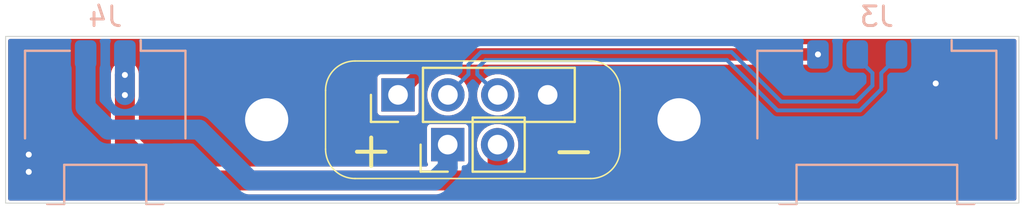
<source format=kicad_pcb>
(kicad_pcb (version 20241229) (generator "pcbnew") (generator_version "9.0")
  (layers (0 "F.Cu" signal) (2 "B.Cu" signal) (13 "F.Paste" user) (15 "B.Paste" user) (5 "F.SilkS" user "F.Silkscreen") (7 "B.SilkS" user "B.Silkscreen") (1 "F.Mask" user) (3 "B.Mask" user) (25 "Edge.Cuts" user))
  (net 0 "")
  (net 1 "/D+")
  (net 2 "VBUS")
  (net 3 "/D-")
  (net 4 "GND")
  (net 5 "SYSTEM_VSS")
  (net 6 "SYSTEM_VDD")
  (footprint "Connector_PinHeader_2.54mm:PinHeader_1x04_P2.54mm_Vertical" (layer "F.Cu") (at 133.604 81.788 90)
    (property "Reference" "J1" (hide yes))
    (property "Value" "310-13-104-41-001000" (hide yes))
    (fp_line (start -1.38 -1.38) (end 0 -1.379999) (stroke (width 0.12)) (layer "F.SilkS"))
    (fp_line (start -1.379999 0) (end -1.38 -1.38) (stroke (width 0.12)) (layer "F.SilkS"))
    (fp_line (start 1.38 1.27) (end 1.379999 9) (stroke (width 0.12)) (layer "F.SilkS"))
    (fp_line (start -1.38 1.27) (end 1.38 1.27) (stroke (width 0.12)) (layer "F.SilkS"))
    (fp_line (start -1.38 1.27) (end -1.379999 9) (stroke (width 0.12)) (layer "F.SilkS"))
    (fp_line (start -1.379999 9) (end 1.379999 9) (stroke (width 0.12)) (layer "F.SilkS"))
    (pad "1" thru_hole rect (at 0 0 90) (size 1.7 1.7) (drill 1) (layers "*.Cu" "*.Mask") (net 2 "VBUS"))
    (pad "2" thru_hole circle (at 0 2.54 90) (size 1.7 1.7) (drill 1) (layers "*.Cu" "*.Mask") (net 1 "/D+"))
    (pad "3" thru_hole circle (at 0 5.079999 90) (size 1.7 1.7) (drill 1) (layers "*.Cu" "*.Mask") (net 3 "/D-"))
    (pad "4" thru_hole circle (at 0 7.62 90) (size 1.7 1.7) (drill 1) (layers "*.Cu" "*.Mask") (net 4 "GND"))
  )
  (footprint "Connector_PinHeader_2.54mm:PinHeader_1x02_P2.54mm_Vertical" (layer "F.Cu") (at 136.134 84.328 90)
    (property "Reference" "J2" (hide yes))
    (property "Value" "310-13-102-41-001000" (hide yes))
    (fp_line (start -1.38 -1.38) (end 0 -1.379999) (stroke (width 0.12)) (layer "F.SilkS"))
    (fp_line (start -1.379999 0) (end -1.38 -1.38) (stroke (width 0.12)) (layer "F.SilkS"))
    (fp_line (start 1.38 1.27) (end 1.38 3.92) (stroke (width 0.12)) (layer "F.SilkS"))
    (fp_line (start -1.38 1.27) (end 1.38 1.27) (stroke (width 0.12)) (layer "F.SilkS"))
    (fp_line (start -1.38 1.27) (end -1.38 3.92) (stroke (width 0.12)) (layer "F.SilkS"))
    (fp_line (start -1.38 3.92) (end 1.38 3.92) (stroke (width 0.12)) (layer "F.SilkS"))
    (pad "1" thru_hole rect (at 0 0 90) (size 1.7 1.7) (drill 1) (layers "*.Cu" "*.Mask") (net 6 "SYSTEM_VDD"))
    (pad "2" thru_hole circle (at 0 2.54 90) (size 1.7 1.7) (drill 1) (layers "*.Cu" "*.Mask") (net 5 "SYSTEM_VSS"))
  )
  (footprint "Argus-Miscellaneous:Access Port 2" (layer "F.Cu") (at 137.414 83.058)
    (property "Reference" "H7" (hide yes))
    (property "Value" "Access Port" (hide yes))
    (fp_line (start -7.499999 1.5) (end -7.5 -1.5) (stroke (width 0.0762)) (layer "F.SilkS"))
    (fp_line (start -6 -3) (end 6 -3) (stroke (width 0.0762)) (layer "F.SilkS"))
    (fp_line (start 6 3) (end -6 2.999999) (stroke (width 0.0762)) (layer "F.SilkS"))
    (fp_line (start 7.5 -1.5) (end 7.5 1.5) (stroke (width 0.0762)) (layer "F.SilkS"))
    (fp_arc (start -7.5 -1.5) (mid -7.06066 -2.56066) (end -6 -3) (stroke (width 0.0762)) (layer "F.SilkS"))
    (fp_arc (start -6 3) (mid -7.06066 2.56066) (end -7.5 1.5) (stroke (width 0.0762)) (layer "F.SilkS"))
    (fp_arc (start 6 -3) (mid 7.06066 -2.56066) (end 7.5 -1.5) (stroke (width 0.0762)) (layer "F.SilkS"))
    (fp_arc (start 7.5 1.5) (mid 7.06066 2.56066) (end 6 3) (stroke (width 0.0762)) (layer "F.SilkS"))
    (pad "1" thru_hole circle (at -10.5 0) (size 3.8 3.8) (drill 2.2) (layers "*.Cu" "*.Mask") (net 4 "GND"))
    (pad "1" thru_hole circle (at 10.5 0) (size 3.8 3.8) (drill 2.2) (layers "*.Cu" "*.Mask") (net 4 "GND"))
  )
  (footprint "Connector_Molex:Molex_Pico-Lock_205338-0004_1x04-1MP_P2.00mm_Horizontal" (layer "B.Cu") (at 157.988 83.0834 180)
    (property "Reference" "J3" (at 0 5.29 0) (layer "B.SilkS") (effects (justify mirror)))
    (property "Value" "205338-0004")
    (fp_line (start 6.085 3.545) (end 3.81 3.545) (stroke (width 0.12)) (layer "B.SilkS"))
    (fp_line (start 6.085 -0.925) (end 6.085 3.545) (stroke (width 0.12)) (layer "B.SilkS"))
    (fp_line (start 4.09 -2.275) (end 4.09 -4.275) (stroke (width 0.12)) (layer "B.SilkS"))
    (fp_line (start 4.09 -4.275) (end 4.96 -4.275) (stroke (width 0.12)) (layer "B.SilkS"))
    (fp_line (start -3.81 3.545) (end -3.81 4.085) (stroke (width 0.12)) (layer "B.SilkS"))
    (fp_line (start -4.09 -2.275) (end 4.09 -2.275) (stroke (width 0.12)) (layer "B.SilkS"))
    (fp_line (start -4.09 -4.275) (end -4.09 -2.275) (stroke (width 0.12)) (layer "B.SilkS"))
    (fp_line (start -4.96 -4.275) (end -4.09 -4.275) (stroke (width 0.12)) (layer "B.SilkS"))
    (fp_line (start -6.085 3.545) (end -3.81 3.545) (stroke (width 0.12)) (layer "B.SilkS"))
    (fp_line (start -6.085 -0.925) (end -6.085 3.545) (stroke (width 0.12)) (layer "B.SilkS"))
    (pad "1" smd roundrect (at -3 3.36 180) (size 1.1 1.45) (layers "B.Cu" "B.Mask" "B.Paste") (roundrect_rratio 0.227273) (net 4 "GND"))
    (pad "2" smd roundrect (at -1 3.36 180) (size 1.1 1.45) (layers "B.Cu" "B.Mask" "B.Paste") (roundrect_rratio 0.227273) (net 3 "/D-"))
    (pad "3" smd roundrect (at 1 3.36 180) (size 1.1 1.45) (layers "B.Cu" "B.Mask" "B.Paste") (roundrect_rratio 0.227273) (net 1 "/D+"))
    (pad "4" smd roundrect (at 3 3.36 180) (size 1.1 1.45) (layers "B.Cu" "B.Mask" "B.Paste") (roundrect_rratio 0.227273) (net 2 "VBUS"))
    (pad "MP" smd roundrect (at -5.895 -2.635 180) (size 1.35 2.9) (layers "B.Cu" "B.Mask" "B.Paste") (roundrect_rratio 0.185185) (net 4 "GND"))
    (pad "MP" smd roundrect (at 5.895 -2.635 180) (size 1.35 2.9) (layers "B.Cu" "B.Mask" "B.Paste") (roundrect_rratio 0.185185) (net 4 "GND"))
  )
  (footprint "Connector_Molex:Molex_Pico-Lock_205338-0002_1x02-1MP_P2.00mm_Horizontal" (layer "B.Cu") (at 118.6942 83.0834 180)
    (property "Reference" "J4" (at 0 5.29 0) (layer "B.SilkS") (effects (justify mirror)))
    (property "Value" "205338-0002")
    (fp_line (start 4.085 3.545) (end 1.81 3.545) (stroke (width 0.12)) (layer "B.SilkS"))
    (fp_line (start 4.085 -0.925) (end 4.085 3.545) (stroke (width 0.12)) (layer "B.SilkS"))
    (fp_line (start 2.09 -2.275) (end 2.09 -4.275) (stroke (width 0.12)) (layer "B.SilkS"))
    (fp_line (start 2.09 -4.275) (end 2.960001 -4.275) (stroke (width 0.12)) (layer "B.SilkS"))
    (fp_line (start -1.81 3.545) (end -1.81 4.085) (stroke (width 0.12)) (layer "B.SilkS"))
    (fp_line (start -2.09 -2.275) (end 2.09 -2.275) (stroke (width 0.12)) (layer "B.SilkS"))
    (fp_line (start -2.09 -4.275) (end -2.09 -2.275) (stroke (width 0.12)) (layer "B.SilkS"))
    (fp_line (start -2.960001 -4.275) (end -2.09 -4.275) (stroke (width 0.12)) (layer "B.SilkS"))
    (fp_line (start -4.085 3.545) (end -1.81 3.545) (stroke (width 0.12)) (layer "B.SilkS"))
    (fp_line (start -4.085 -0.925) (end -4.085 3.545) (stroke (width 0.12)) (layer "B.SilkS"))
    (pad "1" smd roundrect (at -1 3.36 180) (size 1.1 1.45) (layers "B.Cu" "B.Mask" "B.Paste") (roundrect_rratio 0.227273) (net 5 "SYSTEM_VSS"))
    (pad "2" smd roundrect (at 1 3.36 180) (size 1.1 1.45) (layers "B.Cu" "B.Mask" "B.Paste") (roundrect_rratio 0.227273) (net 6 "SYSTEM_VDD"))
    (pad "MP" smd roundrect (at -3.895 -2.634999 180) (size 1.35 2.9) (layers "B.Cu" "B.Mask" "B.Paste") (roundrect_rratio 0.185185) (net 4 "GND"))
    (pad "MP" smd roundrect (at 3.895 -2.634999 180) (size 1.35 2.9) (layers "B.Cu" "B.Mask" "B.Paste") (roundrect_rratio 0.185185) (net 4 "GND"))
  )
  (gr_rect (start 113.6208 78.802) (end 165.2204 87.314) (stroke (width 0.05)) (fill no) (layer "Edge.Cuts"))
  (gr_text "-" (at 142.550199 84.8614 180) (layer "F.SilkS") (effects (font (size 1.905 1.905) (thickness 0.2032))))
  (gr_text "+" (at 132.2378 84.836 180) (layer "F.SilkS") (effects (font (size 1.905 1.905) (thickness 0.2032))))
  (segment (start 150.584598 79.6036) (end 137.832402 79.6036) (width 0.2) (layer "B.Cu") (net 1))
  (segment (start 153.110978 82.12998) (end 150.584598 79.6036) (width 0.2) (layer "B.Cu") (net 1))
  (segment (start 137.188999 80.743001) (end 136.144 81.788) (width 0.2) (layer "B.Cu") (net 1))
  (segment (start 157.763 80.6734) (end 157.763 81.313802) (width 0.2) (layer "B.Cu") (net 1))
  (segment (start 137.188999 80.247003) (end 137.188999 80.743001) (width 0.2) (layer "B.Cu") (net 1))
  (segment (start 156.988 79.8984) (end 157.763 80.6734) (width 0.2) (layer "B.Cu") (net 1))
  (segment (start 137.832402 79.6036) (end 137.188999 80.247003) (width 0.2) (layer "B.Cu") (net 1))
  (segment (start 157.763 81.313802) (end 156.946822 82.12998) (width 0.2) (layer "B.Cu") (net 1))
  (segment (start 156.988 79.7234) (end 156.988 79.8984) (width 0.2) (layer "B.Cu") (net 1))
  (segment (start 156.946822 82.12998) (end 153.110978 82.12998) (width 0.2) (layer "B.Cu") (net 1))
  (segment (start 135.6686 79.7234) (end 133.604 81.788) (width 0.635) (layer "F.Cu") (net 2))
  (segment (start 154.988 79.7234) (end 135.6686 79.7234) (width 0.635) (layer "F.Cu") (net 2))
  (via (at 154.988 79.7234) (size 0.6096) (drill 0.3048) (layers "F.Cu" "B.Cu") (net 2))
  (segment (start 158.988 79.7234) (end 158.988 79.8984) (width 0.2) (layer "B.Cu") (net 3))
  (segment (start 137.639001 80.433397) (end 137.639001 80.743001) (width 0.2) (layer "B.Cu") (net 3))
  (segment (start 137.639001 80.743001) (end 138.683999 81.787999) (width 0.2) (layer "B.Cu") (net 3))
  (segment (start 158.213 81.500198) (end 157.133218 82.57998) (width 0.2) (layer "B.Cu") (net 3))
  (segment (start 150.354602 80.01) (end 138.062398 80.01) (width 0.2) (layer "B.Cu") (net 3))
  (segment (start 157.133218 82.57998) (end 152.924582 82.57998) (width 0.2) (layer "B.Cu") (net 3))
  (segment (start 138.062398 80.01) (end 137.639001 80.433397) (width 0.2) (layer "B.Cu") (net 3))
  (segment (start 158.988 79.8984) (end 158.213 80.6734) (width 0.2) (layer "B.Cu") (net 3))
  (segment (start 138.683999 81.787999) (end 138.683999 81.788) (width 0.2) (layer "B.Cu") (net 3))
  (segment (start 152.924582 82.57998) (end 150.354602 80.01) (width 0.2) (layer "B.Cu") (net 3))
  (segment (start 158.213 80.6734) (end 158.213 81.500198) (width 0.2) (layer "B.Cu") (net 3))
  (via (at 114.7992 84.836) (size 0.6096) (drill 0.3048) (layers "F.Cu" "B.Cu") (net 4))
  (via (at 114.7992 85.718399) (size 0.6096) (drill 0.3048) (layers "F.Cu" "B.Cu") (net 4))
  (via (at 160.9852 81.2038) (size 0.6096) (drill 0.3048) (layers "F.Cu" "B.Cu") (net 4))
  (segment (start 160.988 81.201) (end 160.9852 81.2038) (width 0.2) (layer "B.Cu") (net 4))
  (segment (start 160.988 79.7234) (end 160.988 81.201) (width 0.635) (layer "B.Cu") (net 4))
  (segment (start 119.6942 81.7974) (end 119.6942 80.772) (width 1.016) (layer "F.Cu") (net 5))
  (segment (start 137.9982 86.1568) (end 138.674 85.481) (width 1.016) (layer "F.Cu") (net 5))
  (segment (start 121.539 86.1568) (end 137.9982 86.1568) (width 1.016) (layer "F.Cu") (net 5))
  (segment (start 119.6942 84.312) (end 121.539 86.1568) (width 1.016) (layer "F.Cu") (net 5))
  (segment (start 119.6942 81.7974) (end 119.6942 84.312) (width 1.016) (layer "F.Cu") (net 5))
  (segment (start 138.674 85.481) (end 138.674 84.328) (width 1.016) (layer "F.Cu") (net 5))
  (via (at 119.6942 81.7974) (size 0.6096) (drill 0.3048) (layers "F.Cu" "B.Cu") (net 5))
  (via (at 119.6942 80.772) (size 0.6096) (drill 0.3048) (layers "F.Cu" "B.Cu") (net 5))
  (segment (start 119.6942 80.772) (end 119.6942 79.7234) (width 1.016) (layer "B.Cu") (net 5))
  (segment (start 119.6942 81.7974) (end 119.6942 80.772) (width 1.016) (layer "B.Cu") (net 5))
  (segment (start 126.06338 86.1568) (end 135.4836 86.1568) (width 1.016) (layer "B.Cu") (net 6))
  (segment (start 117.6942 82.4136) (end 118.839999 83.559399) (width 1.016) (layer "B.Cu") (net 6))
  (segment (start 136.134 85.5064) (end 136.134 84.328) (width 1.016) (layer "B.Cu") (net 6))
  (segment (start 135.4836 86.1568) (end 136.134 85.5064) (width 1.016) (layer "B.Cu") (net 6))
  (segment (start 117.6942 79.7234) (end 117.6942 82.4136) (width 1.016) (layer "B.Cu") (net 6))
  (segment (start 123.465979 83.559399) (end 126.06338 86.1568) (width 1.016) (layer "B.Cu") (net 6))
  (segment (start 118.839999 83.559399) (end 123.465979 83.559399) (width 1.016) (layer "B.Cu") (net 6))
  (zone (net 4) (net_name "GND") (layers "F.Cu" "B.Cu") (connect_pads yes (clearance 0.2032)) (min_thickness 0.2032) (fill yes (thermal_gap 0.5) (thermal_bridge_width 0.5))
    (polygon (pts (xy 113.3348 78.67449) (xy 165.481 78.625618) (xy 165.481 87.6554) (xy 113.3348 87.6554)))
  )
)
</source>
